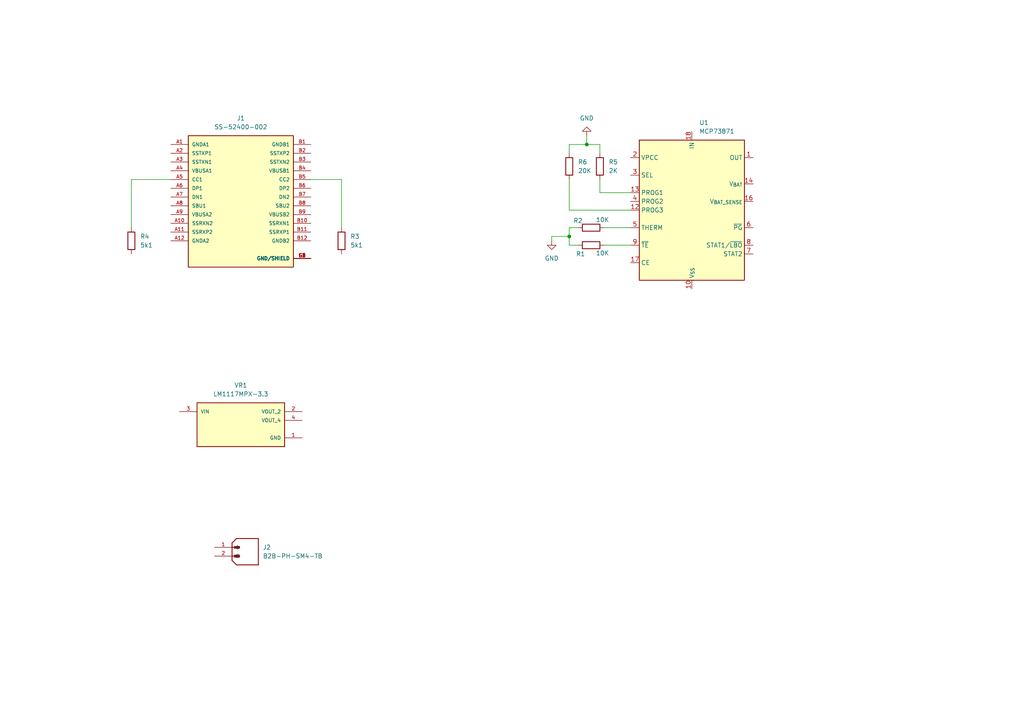
<source format=kicad_sch>
(kicad_sch (version 20250114) (generator "eeschema") (generator_version "9.0")
  (paper "A4")
  (title_block (title "ESP32 Sensor Board - Root"))
  (lib_symbols
    (symbol "B2B-PH-SM4-TB:B2B-PH-SM4-TB" (pin_names (offset 1.016))
      (property "Reference" "J" (at 0 6.35 0))
      (property "Value" "B2B-PH-SM4-TB" (at 0 -5.08 0))
      (symbol "B2B-PH-SM4-TB_0_0"
        (polyline (pts (xy 0 3.81) (xy 0 2.54)) (stroke (width 0.254)))
        (polyline (pts (xy 0 3.81) (xy 1.27 5.08)) (stroke (width 0.254)))
        (polyline (pts (xy 0 2.54) (xy 0 -1.27)) (stroke (width 0.254)))
        (polyline (pts (xy 0 2.54) (xy 1.905 2.54)) (stroke (width 0.254)))
        (polyline (pts (xy 0 0) (xy 1.905 0)) (stroke (width 0.254)))
        (polyline (pts (xy 0 -1.27) (xy 1.27 -2.54)) (stroke (width 0.254)))
        (rectangle (start 0.635 2.2225) (end 2.2225 2.8575) (stroke (width 0.1)) (fill (type outline)))
        (rectangle (start 0.635 -0.3175) (end 2.2225 0.3175) (stroke (width 0.1)) (fill (type outline)))
        (polyline (pts (xy 1.27 -2.54) (xy 7.62 -2.54)) (stroke (width 0.254)))
        (polyline (pts (xy 7.62 5.08) (xy 1.27 5.08)) (stroke (width 0.254)))
        (polyline (pts (xy 7.62 -2.54) (xy 7.62 5.08)) (stroke (width 0.254)))
        (pin passive line (at -5.08 2.54 0) (length 5.08) (name "1") (number "1"))
        (pin passive line (at -5.08 0 0) (length 5.08) (name "2") (number "2"))
      )
    )
    (symbol "Battery_Management:MCP73871"
      (property "Reference" "U" (at -7.62 24.13 0))
      (property "Value" "MCP73871" (at -15.24 21.59 0))
      (symbol "MCP73871_0_1"
        (rectangle (start -15.24 20.32) (end 15.24 -20.32) (stroke (width 0.254)) (fill (type background)))
      )
      (symbol "MCP73871_1_1"
        (pin input line (at -17.78 15.24 0) (length 2.54) (name "VPCC") (number "2"))
        (pin input line (at -17.78 10.16 0) (length 2.54) (name "SEL") (number "3"))
        (pin bidirectional line (at -17.78 5.08 0) (length 2.54) (name "PROG1") (number "13"))
        (pin input line (at -17.78 2.54 0) (length 2.54) (name "PROG2") (number "4"))
        (pin bidirectional line (at -17.78 0 0) (length 2.54) (name "PROG3") (number "12"))
        (pin bidirectional line (at -17.78 -5.08 0) (length 2.54) (name "THERM") (number "5"))
        (pin input line (at -17.78 -10.16 0) (length 2.54) (name "~{TE}") (number "9"))
        (pin input line (at -17.78 -15.24 0) (length 2.54) (name "CE") (number "17"))
        (pin power_in line (at 0 22.86 270) (length 2.54) (name "IN") (number "18"))
        (pin passive line (at 0 22.86 270) (length 2.54) (hide yes) (name "IN") (number "19"))
        (pin power_in line (at 0 -22.86 90) (length 2.54) (name "V_{SS}") (number "10"))
        (pin passive line (at 0 -22.86 90) (length 2.54) (hide yes) (name "V_{SS}") (number "11"))
        (pin passive line (at 0 -22.86 90) (length 2.54) (hide yes) (name "V_{SS}") (number "21"))
        (pin power_out line (at 17.78 15.24 180) (length 2.54) (name "OUT") (number "1"))
        (pin passive line (at 17.78 15.24 180) (length 2.54) (hide yes) (name "OUT") (number "20"))
        (pin power_out line (at 17.78 7.62 180) (length 2.54) (name "V_{BAT}") (number "14"))
        (pin passive line (at 17.78 7.62 180) (length 2.54) (hide yes) (name "V_{BAT}") (number "15"))
        (pin input line (at 17.78 2.54 180) (length 2.54) (name "V_{BAT_SENSE}") (number "16"))
        (pin open_collector line (at 17.78 -5.08 180) (length 2.54) (name "~{PG}") (number "6"))
        (pin open_collector line (at 17.78 -10.16 180) (length 2.54) (name "STAT1/~{LBO}") (number "8"))
        (pin open_collector line (at 17.78 -12.7 180) (length 2.54) (name "STAT2") (number "7"))
      )
    )
    (symbol "Device:R" (pin_numbers (hide yes)) (pin_names (offset 0))
      (property "Reference" "R" (at 2.032 0 90))
      (property "Value" "R" (at 0 0 90))
      (symbol "R_0_1"
        (rectangle (start -1.016 -2.54) (end 1.016 2.54) (stroke (width 0.254)))
      )
      (symbol "R_1_1"
        (pin passive line (at 0 3.81 270) (length 1.27) (name "~") (number "1"))
        (pin passive line (at 0 -3.81 90) (length 1.27) (name "~") (number "2"))
      )
    )
    (symbol "LM1117MPX-3.3:LM1117MPX-3.3" (pin_names (offset 1.016))
      (property "Reference" "VR" (at -12.7 6.08 0))
      (property "Value" "LM1117MPX-3.3" (at -12.7 -9.08 0))
      (symbol "LM1117MPX-3.3_0_0"
        (rectangle (start -12.7 -7.62) (end 12.7 5.08) (stroke (width 0.254)) (fill (type background)))
        (pin power_in line (at -17.78 2.54 0) (length 5.08) (name "VIN") (number "3"))
        (pin power_in line (at 17.78 2.54 180) (length 5.08) (name "VOUT_2") (number "2"))
        (pin power_in line (at 17.78 0 180) (length 5.08) (name "VOUT_4") (number "4"))
        (pin power_in line (at 17.78 -5.08 180) (length 5.08) (name "GND") (number "1"))
      )
    )
    (symbol "SS-52400-002:SS-52400-002" (pin_names (offset 1.016))
      (property "Reference" "J" (at -15.24 19.05 0))
      (property "Value" "SS-52400-002" (at -15.24 -22.86 0))
      (symbol "SS-52400-002_0_0"
        (rectangle (start -15.24 -20.32) (end 15.24 17.78) (stroke (width 0.254)) (fill (type background)))
        (pin power_in line (at -20.32 15.24 0) (length 5.08) (name "GNDA1") (number "A1"))
        (pin bidirectional line (at -20.32 12.7 0) (length 5.08) (name "SSTXP1") (number "A2"))
        (pin bidirectional line (at -20.32 10.16 0) (length 5.08) (name "SSTXN1") (number "A3"))
        (pin power_in line (at -20.32 7.62 0) (length 5.08) (name "VBUSA1") (number "A4"))
        (pin bidirectional line (at -20.32 5.08 0) (length 5.08) (name "CC1") (number "A5"))
        (pin bidirectional line (at -20.32 2.54 0) (length 5.08) (name "DP1") (number "A6"))
        (pin bidirectional line (at -20.32 0 0) (length 5.08) (name "DN1") (number "A7"))
        (pin bidirectional line (at -20.32 -2.54 0) (length 5.08) (name "SBU1") (number "A8"))
        (pin power_in line (at -20.32 -5.08 0) (length 5.08) (name "VBUSA2") (number "A9"))
        (pin bidirectional line (at -20.32 -7.62 0) (length 5.08) (name "SSRXN2") (number "A10"))
        (pin bidirectional line (at -20.32 -10.16 0) (length 5.08) (name "SSRXP2") (number "A11"))
        (pin power_in line (at -20.32 -12.7 0) (length 5.08) (name "GNDA2") (number "A12"))
        (pin power_in line (at 20.32 15.24 180) (length 5.08) (name "GNDB1") (number "B1"))
        (pin bidirectional line (at 20.32 12.7 180) (length 5.08) (name "SSTXP2") (number "B2"))
        (pin bidirectional line (at 20.32 10.16 180) (length 5.08) (name "SSTXN2") (number "B3"))
        (pin power_in line (at 20.32 7.62 180) (length 5.08) (name "VBUSB1") (number "B4"))
        (pin bidirectional line (at 20.32 5.08 180) (length 5.08) (name "CC2") (number "B5"))
        (pin bidirectional line (at 20.32 2.54 180) (length 5.08) (name "DP2") (number "B6"))
        (pin bidirectional line (at 20.32 0 180) (length 5.08) (name "DN2") (number "B7"))
        (pin bidirectional line (at 20.32 -2.54 180) (length 5.08) (name "SBU2") (number "B8"))
        (pin power_in line (at 20.32 -5.08 180) (length 5.08) (name "VBUSB2") (number "B9"))
        (pin bidirectional line (at 20.32 -7.62 180) (length 5.08) (name "SSRXN1") (number "B10"))
        (pin bidirectional line (at 20.32 -10.16 180) (length 5.08) (name "SSRXP1") (number "B11"))
        (pin power_in line (at 20.32 -12.7 180) (length 5.08) (name "GNDB2") (number "B12"))
        (pin power_in line (at 20.32 -17.78 180) (length 5.08) (name "GND/SHIELD") (number "G1"))
        (pin power_in line (at 20.32 -17.78 180) (length 5.08) (name "GND/SHIELD") (number "G2"))
        (pin power_in line (at 20.32 -17.78 180) (length 5.08) (name "GND/SHIELD") (number "G3"))
        (pin power_in line (at 20.32 -17.78 180) (length 5.08) (name "GND/SHIELD") (number "G4"))
        (pin power_in line (at 20.32 -17.78 180) (length 5.08) (name "GND/SHIELD") (number "S1"))
        (pin power_in line (at 20.32 -17.78 180) (length 5.08) (name "GND/SHIELD") (number "S2"))
        (pin power_in line (at 20.32 -17.78 180) (length 5.08) (name "GND/SHIELD") (number "S3"))
        (pin power_in line (at 20.32 -17.78 180) (length 5.08) (name "GND/SHIELD") (number "S4"))
      )
    )
    (symbol "power:GND" (power) (pin_numbers (hide yes)) (pin_names (offset 0) (hide yes))
      (property "Value" "GND" (at 0 -3.81 0))
      (symbol "GND_0_1"
        (polyline (pts (xy 0 0) (xy 0 -1.27) (xy 1.27 -1.27) (xy 0 -2.54) (xy -1.27 -1.27) (xy 0 -1.27)))
      )
      (symbol "GND_1_1"
        (pin power_in line (at 0 0 270) (length 0) (name "~") (number "1"))
      )
    )
  )
  (junction (at 165.1 68.58))
  (junction (at 170.18 41.91))
  (wire (pts (xy 165.1 44.45) (xy 165.1 41.91)))
  (wire (pts (xy 165.1 60.96) (xy 182.88 60.96)))
  (wire (pts (xy 99.06 66.04) (xy 99.06 52.07)))
  (wire (pts (xy 167.64 66.04) (xy 165.1 66.04)))
  (wire (pts (xy 38.1 66.04) (xy 38.1 52.07)))
  (wire (pts (xy 173.99 55.88) (xy 182.88 55.88)))
  (wire (pts (xy 170.18 41.91) (xy 173.99 41.91)))
  (wire (pts (xy 175.26 71.12) (xy 182.88 71.12)))
  (wire (pts (xy 165.1 68.58) (xy 165.1 71.12)))
  (wire (pts (xy 170.18 39.37) (xy 170.18 41.91)))
  (wire (pts (xy 173.99 41.91) (xy 173.99 44.45)))
  (wire (pts (xy 165.1 41.91) (xy 170.18 41.91)))
  (wire (pts (xy 165.1 52.07) (xy 165.1 60.96)))
  (wire (pts (xy 160.02 69.85) (xy 160.02 68.58)))
  (wire (pts (xy 173.99 52.07) (xy 173.99 55.88)))
  (wire (pts (xy 38.1 52.07) (xy 49.53 52.07)))
  (wire (pts (xy 99.06 52.07) (xy 90.17 52.07)))
  (wire (pts (xy 160.02 68.58) (xy 165.1 68.58)))
  (wire (pts (xy 165.1 71.12) (xy 167.64 71.12)))
  (wire (pts (xy 165.1 66.04) (xy 165.1 68.58)))
  (wire (pts (xy 175.26 66.04) (xy 182.88 66.04)))
  (symbol (lib_id "Device:R") (at 38.1 69.85 0) (unit 1)
    (property "Reference" "R4" (at 40.64 68.5799 0) (effects (justify left)))
    (property "Value" "5k1" (at 40.64 71.1199 0) (effects (justify left)))
    (property "Description" "Resistor" (effects (hide yes)))
  )
  (symbol (lib_id "power:GND") (at 160.02 69.85 0) (unit 1)
    (property "Reference" "#PWR01" (effects (hide yes)))
    (property "Value" "GND" (at 160.02 74.93 0))
    (property "Description" "Power symbol creates a global label with name \"GND\" , ground" (effects (hide yes)))
  )
  (symbol (lib_id "Device:R") (at 173.99 48.26 0) (unit 1)
    (property "Reference" "R5" (at 176.53 46.9899 0) (effects (justify left)))
    (property "Value" "2K" (at 176.53 49.5299 0) (effects (justify left)))
    (property "Description" "Resistor" (effects (hide yes)))
  )
  (symbol (lib_id "Device:R") (at 171.45 71.12 90) (unit 1)
    (property "Reference" "R1" (at 168.402 73.66 90))
    (property "Value" "10K" (at 174.752 73.406 90))
    (property "Description" "Resistor" (effects (hide yes)))
  )
  (symbol (lib_id "power:GND") (at 170.18 39.37 180) (unit 1)
    (property "Reference" "#PWR02" (effects (hide yes)))
    (property "Value" "GND" (at 170.18 34.29 0))
    (property "Description" "Power symbol creates a global label with name \"GND\" , ground" (effects (hide yes)))
  )
  (symbol (lib_id "Device:R") (at 99.06 69.85 0) (unit 1)
    (property "Reference" "R3" (at 101.6 68.5799 0) (effects (justify left)))
    (property "Value" "5k1" (at 101.6 71.1199 0) (effects (justify left)))
    (property "Description" "Resistor" (effects (hide yes)))
  )
  (symbol (lib_id "LM1117MPX-3.3:LM1117MPX-3.3") (at 69.85 121.92 0) (unit 1)
    (property "Reference" "VR1" (at 69.85 111.76 0))
    (property "Value" "LM1117MPX-3.3" (at 69.85 114.3 0))
    (property "Footprint" "LM1117MPX-3.3:VREG_LM1117MPX-3.3" (effects (hide yes)))
    (property "MF" "onsemi" (effects (hide yes)))
    (property "DESCRIPTION" "800-mA 15-V linear voltage regulator 4-SOT-223" (effects (hide yes)))
    (property "PACKAGE" "SOT-223-4 Texas Instruments" (effects (hide yes)))
    (property "PRICE" "None" (effects (hide yes)))
    (property "Package" "SOT-223-4 ON Semiconductor" (effects (hide yes)))
    (property "Check_prices" "https://www.snapeda.com/parts/LM1117MPX-33NOPB/Onsemi/view-part/?ref=eda" (effects (hide yes)))
    (property "Price" "None" (effects (hide yes)))
    (property "SnapEDA_Link" "https://www.snapeda.com/parts/LM1117MPX-33NOPB/Onsemi/view-part/?ref=snap" (effects (hide yes)))
    (property "MP" "LM1117MPX-33NOPB" (effects (hide yes)))
    (property "Description_1" "Linear Voltage Regulator IC Positive Fixed 1 Output 800mA SOT-223" (effects (hide yes)))
    (property "Availability" "In Stock" (effects (hide yes)))
    (property "AVAILABILITY" "Warning" (effects (hide yes)))
    (property "PURCHASE-URL" "https://pricing.snapeda.com/search/part/LM1117MPX-3.3/?ref=eda" (effects (hide yes)))
  )
  (symbol (lib_id "Battery_Management:MCP73871") (at 200.66 60.96 0) (unit 1)
    (property "Reference" "U1" (at 202.8033 35.56 0) (effects (justify left)))
    (property "Value" "MCP73871" (at 202.8033 38.1 0) (effects (justify left)))
    (property "Footprint" "Package_DFN_QFN:QFN-20-1EP_4x4mm_P0.5mm_EP2.5x2.5mm" (effects (hide yes)))
    (property "Datasheet" "http://www.mouser.com/ds/2/268/22090a-52174.pdf" (effects (hide yes)))
    (property "Description" "Single cell, Li-Ion/Li-Po charge management controller" (effects (hide yes)))
  )
  (symbol (lib_id "Device:R") (at 165.1 48.26 0) (unit 1)
    (property "Reference" "R6" (at 167.64 46.9899 0) (effects (justify left)))
    (property "Value" "20K" (at 167.64 49.5299 0) (effects (justify left)))
    (property "Description" "Resistor" (effects (hide yes)))
  )
  (symbol (lib_id "B2B-PH-SM4-TB:B2B-PH-SM4-TB") (at 67.31 161.29 0) (unit 1)
    (property "Reference" "J2" (at 76.2 158.7499 0) (effects (justify left)))
    (property "Value" "B2B-PH-SM4-TB" (at 76.2 161.2899 0) (effects (justify left)))
    (property "Footprint" "B2B-PH-SM4-TB:JST_B2B-PH-SM4-TB" (effects (hide yes)))
    (property "MF" "JST" (effects (hide yes)))
    (property "MAXIMUM_PACKAGE_HEIGHT" "6.6 mm" (effects (hide yes)))
    (property "Package" "NON STANDARD-2 JST" (effects (hide yes)))
    (property "Price" "None" (effects (hide yes)))
    (property "Check_prices" "https://www.snapeda.com/parts/B2B-PH-SM4-TB/JST/view-part/?ref=eda" (effects (hide yes)))
    (property "STANDARD" "Manufacturer Recommendations" (effects (hide yes)))
    (property "PARTREV" "N/A" (effects (hide yes)))
    (property "SnapEDA_Link" "https://www.snapeda.com/parts/B2B-PH-SM4-TB/JST/view-part/?ref=snap" (effects (hide yes)))
    (property "MP" "B2B-PH-SM4-TB" (effects (hide yes)))
    (property "Description_1" "Connector Header Surface Mount 2 position 0.079 (2.00mm)" (effects (hide yes)))
    (property "Availability" "In Stock" (effects (hide yes)))
    (property "MANUFACTURER" "JST" (effects (hide yes)))
  )
  (symbol (lib_id "SS-52400-002:SS-52400-002") (at 69.85 57.15 0) (unit 1)
    (property "Reference" "J1" (at 69.85 34.29 0))
    (property "Value" "SS-52400-002" (at 69.85 36.83 0))
    (property "Footprint" "SS-52400-002:BELFUSE_SS-52400-002" (effects (hide yes)))
    (property "MF" "Bel Fuse" (effects (hide yes)))
    (property "MAXIMUM_PACKAGE_HEIGHT" "2.96 mm" (effects (hide yes)))
    (property "Package" "None" (effects (hide yes)))
    (property "Price" "None" (effects (hide yes)))
    (property "Check_prices" "https://www.snapeda.com/parts/SS-52400-002/Bel+Circuit+Protection/view-part/?ref=eda" (effects (hide yes)))
    (property "STANDARD" "Manufacturer Recommendations" (effects (hide yes)))
    (property "PARTREV" "A0" (effects (hide yes)))
    (property "SnapEDA_Link" "https://www.snapeda.com/parts/SS-52400-002/Bel+Circuit+Protection/view-part/?ref=snap" (effects (hide yes)))
    (property "MP" "SS-52400-002" (effects (hide yes)))
    (property "Description_1" "USB Type-C Connector | USB 3.1 | 1 Port | Right Angle Receptacle | Shielded | 0.039 in (1.00mm) PCB Thickness" (effects (hide yes)))
    (property "Availability" "In Stock" (effects (hide yes)))
    (property "MANUFACTURER" "BelFuse" (effects (hide yes)))
  )
  (symbol (lib_id "Device:R") (at 171.45 66.04 90) (unit 1)
    (property "Reference" "R2" (at 167.64 64.008 90))
    (property "Value" "10K" (at 174.752 63.754 90))
    (property "Description" "Resistor" (effects (hide yes)))
  )
)
</source>
